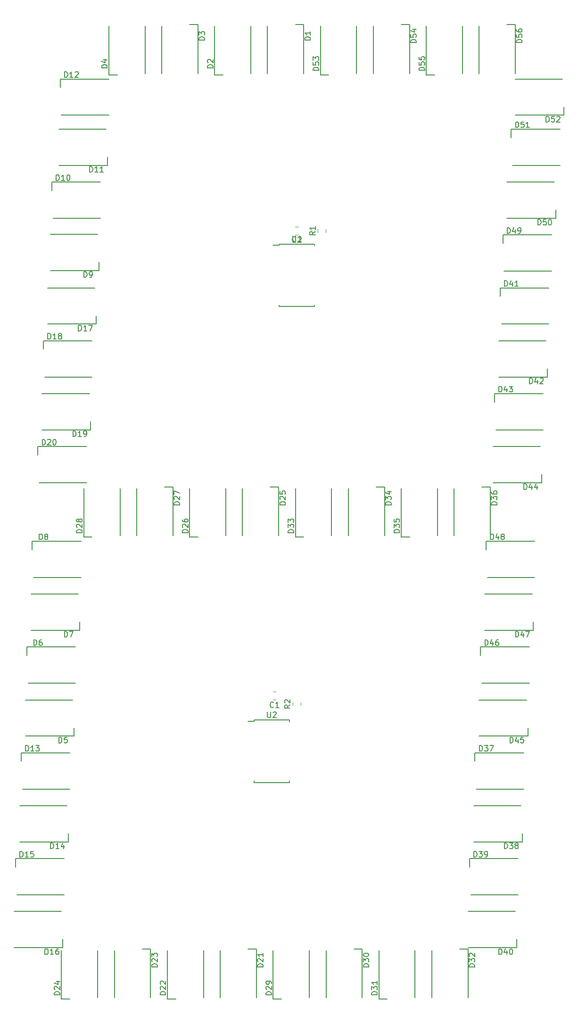
<source format=gbr>
G04 #@! TF.GenerationSoftware,KiCad,Pcbnew,(5.1.2)-1*
G04 #@! TF.CreationDate,2019-09-02T13:58:39+02:00*
G04 #@! TF.ProjectId,gross-kursiv2b,67726f73-732d-46b7-9572-73697632622e,rev?*
G04 #@! TF.SameCoordinates,Original*
G04 #@! TF.FileFunction,Legend,Top*
G04 #@! TF.FilePolarity,Positive*
%FSLAX46Y46*%
G04 Gerber Fmt 4.6, Leading zero omitted, Abs format (unit mm)*
G04 Created by KiCad (PCBNEW (5.1.2)-1) date 2019-09-02 13:58:39*
%MOMM*%
%LPD*%
G04 APERTURE LIST*
%ADD10C,0.120000*%
%ADD11C,0.150000*%
G04 APERTURE END LIST*
D10*
X89790000Y-54758578D02*
X89790000Y-54241422D01*
X91210000Y-54758578D02*
X91210000Y-54241422D01*
X86710000Y-139758578D02*
X86710000Y-139241422D01*
X85290000Y-139758578D02*
X85290000Y-139241422D01*
D11*
X81750000Y-57100000D02*
X82825000Y-57100000D01*
X82825000Y-57100000D02*
X82825000Y-56875000D01*
X82825000Y-56875000D02*
X89175000Y-56875000D01*
X89175000Y-56875000D02*
X89175000Y-57200000D01*
X82825000Y-67800000D02*
X82825000Y-68125000D01*
X82825000Y-68125000D02*
X89175000Y-68125000D01*
X89175000Y-68125000D02*
X89175000Y-67800000D01*
X84675000Y-153625000D02*
X84675000Y-153300000D01*
X78325000Y-153625000D02*
X84675000Y-153625000D01*
X78325000Y-153300000D02*
X78325000Y-153625000D01*
X84675000Y-142375000D02*
X84675000Y-142700000D01*
X78325000Y-142375000D02*
X84675000Y-142375000D01*
X78325000Y-142600000D02*
X78325000Y-142375000D01*
X77250000Y-142600000D02*
X78325000Y-142600000D01*
D10*
X82258578Y-137290000D02*
X81741422Y-137290000D01*
X82258578Y-138710000D02*
X81741422Y-138710000D01*
X86258578Y-55210000D02*
X85741422Y-55210000D01*
X86258578Y-53790000D02*
X85741422Y-53790000D01*
D11*
X85750000Y-17500000D02*
X87250000Y-17500000D01*
X87250000Y-17500000D02*
X87250000Y-26250000D01*
X80750000Y-17750000D02*
X80750000Y-26250000D01*
X72750000Y-26500000D02*
X71250000Y-26500000D01*
X71250000Y-26500000D02*
X71250000Y-17750000D01*
X77750000Y-26250000D02*
X77750000Y-17750000D01*
X66750000Y-17500000D02*
X68250000Y-17500000D01*
X68250000Y-17500000D02*
X68250000Y-26250000D01*
X61750000Y-17750000D02*
X61750000Y-26250000D01*
X53750000Y-26500000D02*
X52250000Y-26500000D01*
X52250000Y-26500000D02*
X52250000Y-17750000D01*
X58750000Y-26250000D02*
X58750000Y-17750000D01*
X46000000Y-143750000D02*
X46000000Y-145250000D01*
X46000000Y-145250000D02*
X37250000Y-145250000D01*
X45750000Y-138750000D02*
X37250000Y-138750000D01*
X37500000Y-130750000D02*
X37500000Y-129250000D01*
X37500000Y-129250000D02*
X46250000Y-129250000D01*
X37750000Y-135750000D02*
X46250000Y-135750000D01*
X47000000Y-124750000D02*
X47000000Y-126250000D01*
X47000000Y-126250000D02*
X38250000Y-126250000D01*
X46750000Y-119750000D02*
X38250000Y-119750000D01*
X38500000Y-111750000D02*
X38500000Y-110250000D01*
X38500000Y-110250000D02*
X47250000Y-110250000D01*
X38750000Y-116750000D02*
X47250000Y-116750000D01*
X50500000Y-60150000D02*
X50500000Y-61650000D01*
X50500000Y-61650000D02*
X41750000Y-61650000D01*
X50250000Y-55150000D02*
X41750000Y-55150000D01*
X42000000Y-47250000D02*
X42000000Y-45750000D01*
X42000000Y-45750000D02*
X50750000Y-45750000D01*
X42250000Y-52250000D02*
X50750000Y-52250000D01*
X52000000Y-41250000D02*
X52000000Y-42750000D01*
X52000000Y-42750000D02*
X43250000Y-42750000D01*
X51750000Y-36250000D02*
X43250000Y-36250000D01*
X43500000Y-28750000D02*
X43500000Y-27250000D01*
X43500000Y-27250000D02*
X52250000Y-27250000D01*
X43750000Y-33750000D02*
X52250000Y-33750000D01*
X36500000Y-149750000D02*
X36500000Y-148250000D01*
X36500000Y-148250000D02*
X45250000Y-148250000D01*
X36750000Y-154750000D02*
X45250000Y-154750000D01*
X45000000Y-162750000D02*
X45000000Y-164250000D01*
X45000000Y-164250000D02*
X36250000Y-164250000D01*
X44750000Y-157750000D02*
X36250000Y-157750000D01*
X35500000Y-168750000D02*
X35500000Y-167250000D01*
X35500000Y-167250000D02*
X44250000Y-167250000D01*
X35750000Y-173750000D02*
X44250000Y-173750000D01*
X44000000Y-181750000D02*
X44000000Y-183250000D01*
X44000000Y-183250000D02*
X35250000Y-183250000D01*
X43750000Y-176750000D02*
X35250000Y-176750000D01*
X50000000Y-69750000D02*
X50000000Y-71250000D01*
X50000000Y-71250000D02*
X41250000Y-71250000D01*
X49750000Y-64750000D02*
X41250000Y-64750000D01*
X40500000Y-75750000D02*
X40500000Y-74250000D01*
X40500000Y-74250000D02*
X49250000Y-74250000D01*
X40750000Y-80750000D02*
X49250000Y-80750000D01*
X49000000Y-88750000D02*
X49000000Y-90250000D01*
X49000000Y-90250000D02*
X40250000Y-90250000D01*
X48750000Y-83750000D02*
X40250000Y-83750000D01*
X39500000Y-94750000D02*
X39500000Y-93250000D01*
X39500000Y-93250000D02*
X48250000Y-93250000D01*
X39750000Y-99750000D02*
X48250000Y-99750000D01*
X77250000Y-183500000D02*
X78750000Y-183500000D01*
X78750000Y-183500000D02*
X78750000Y-192250000D01*
X72250000Y-183750000D02*
X72250000Y-192250000D01*
X64250000Y-192500000D02*
X62750000Y-192500000D01*
X62750000Y-192500000D02*
X62750000Y-183750000D01*
X69250000Y-192250000D02*
X69250000Y-183750000D01*
X58250000Y-183500000D02*
X59750000Y-183500000D01*
X59750000Y-183500000D02*
X59750000Y-192250000D01*
X53250000Y-183750000D02*
X53250000Y-192250000D01*
X45250000Y-192500000D02*
X43750000Y-192500000D01*
X43750000Y-192500000D02*
X43750000Y-183750000D01*
X50250000Y-192250000D02*
X50250000Y-183750000D01*
X81250000Y-100500000D02*
X82750000Y-100500000D01*
X82750000Y-100500000D02*
X82750000Y-109250000D01*
X76250000Y-100750000D02*
X76250000Y-109250000D01*
X68250000Y-109500000D02*
X66750000Y-109500000D01*
X66750000Y-109500000D02*
X66750000Y-100750000D01*
X73250000Y-109250000D02*
X73250000Y-100750000D01*
X62250000Y-100500000D02*
X63750000Y-100500000D01*
X63750000Y-100500000D02*
X63750000Y-109250000D01*
X57250000Y-100750000D02*
X57250000Y-109250000D01*
X49250000Y-109500000D02*
X47750000Y-109500000D01*
X47750000Y-109500000D02*
X47750000Y-100750000D01*
X54250000Y-109250000D02*
X54250000Y-100750000D01*
X83250000Y-192500000D02*
X81750000Y-192500000D01*
X81750000Y-192500000D02*
X81750000Y-183750000D01*
X88250000Y-192250000D02*
X88250000Y-183750000D01*
X96250000Y-183500000D02*
X97750000Y-183500000D01*
X97750000Y-183500000D02*
X97750000Y-192250000D01*
X91250000Y-183750000D02*
X91250000Y-192250000D01*
X102250000Y-192500000D02*
X100750000Y-192500000D01*
X100750000Y-192500000D02*
X100750000Y-183750000D01*
X107250000Y-192250000D02*
X107250000Y-183750000D01*
X115250000Y-183500000D02*
X116750000Y-183500000D01*
X116750000Y-183500000D02*
X116750000Y-192250000D01*
X110250000Y-183750000D02*
X110250000Y-192250000D01*
X87250000Y-109500000D02*
X85750000Y-109500000D01*
X85750000Y-109500000D02*
X85750000Y-100750000D01*
X92250000Y-109250000D02*
X92250000Y-100750000D01*
X100250000Y-100500000D02*
X101750000Y-100500000D01*
X101750000Y-100500000D02*
X101750000Y-109250000D01*
X95250000Y-100750000D02*
X95250000Y-109250000D01*
X106250000Y-109500000D02*
X104750000Y-109500000D01*
X104750000Y-109500000D02*
X104750000Y-100750000D01*
X111250000Y-109250000D02*
X111250000Y-100750000D01*
X119250000Y-100500000D02*
X120750000Y-100500000D01*
X120750000Y-100500000D02*
X120750000Y-109250000D01*
X114250000Y-100750000D02*
X114250000Y-109250000D01*
X118000000Y-149750000D02*
X118000000Y-148250000D01*
X118000000Y-148250000D02*
X126750000Y-148250000D01*
X118250000Y-154750000D02*
X126750000Y-154750000D01*
X126500000Y-162750000D02*
X126500000Y-164250000D01*
X126500000Y-164250000D02*
X117750000Y-164250000D01*
X126250000Y-157750000D02*
X117750000Y-157750000D01*
X117000000Y-168750000D02*
X117000000Y-167250000D01*
X117000000Y-167250000D02*
X125750000Y-167250000D01*
X117250000Y-173750000D02*
X125750000Y-173750000D01*
X125500000Y-181750000D02*
X125500000Y-183250000D01*
X125500000Y-183250000D02*
X116750000Y-183250000D01*
X125250000Y-176750000D02*
X116750000Y-176750000D01*
X122500000Y-66250000D02*
X122500000Y-64750000D01*
X122500000Y-64750000D02*
X131250000Y-64750000D01*
X122750000Y-71250000D02*
X131250000Y-71250000D01*
X131000000Y-79250000D02*
X131000000Y-80750000D01*
X131000000Y-80750000D02*
X122250000Y-80750000D01*
X130750000Y-74250000D02*
X122250000Y-74250000D01*
X121500000Y-85250000D02*
X121500000Y-83750000D01*
X121500000Y-83750000D02*
X130250000Y-83750000D01*
X121750000Y-90250000D02*
X130250000Y-90250000D01*
X130000000Y-98250000D02*
X130000000Y-99750000D01*
X130000000Y-99750000D02*
X121250000Y-99750000D01*
X129750000Y-93250000D02*
X121250000Y-93250000D01*
X127500000Y-143750000D02*
X127500000Y-145250000D01*
X127500000Y-145250000D02*
X118750000Y-145250000D01*
X127250000Y-138750000D02*
X118750000Y-138750000D01*
X119000000Y-130750000D02*
X119000000Y-129250000D01*
X119000000Y-129250000D02*
X127750000Y-129250000D01*
X119250000Y-135750000D02*
X127750000Y-135750000D01*
X128500000Y-124750000D02*
X128500000Y-126250000D01*
X128500000Y-126250000D02*
X119750000Y-126250000D01*
X128250000Y-119750000D02*
X119750000Y-119750000D01*
X120000000Y-111750000D02*
X120000000Y-110250000D01*
X120000000Y-110250000D02*
X128750000Y-110250000D01*
X120250000Y-116750000D02*
X128750000Y-116750000D01*
X123000000Y-56750000D02*
X123000000Y-55250000D01*
X123000000Y-55250000D02*
X131750000Y-55250000D01*
X123250000Y-61750000D02*
X131750000Y-61750000D01*
X132500000Y-50750000D02*
X132500000Y-52250000D01*
X132500000Y-52250000D02*
X123750000Y-52250000D01*
X132250000Y-45750000D02*
X123750000Y-45750000D01*
X124500000Y-37750000D02*
X124500000Y-36250000D01*
X124500000Y-36250000D02*
X133250000Y-36250000D01*
X124750000Y-42750000D02*
X133250000Y-42750000D01*
X134000000Y-32250000D02*
X134000000Y-33750000D01*
X134000000Y-33750000D02*
X125250000Y-33750000D01*
X133750000Y-27250000D02*
X125250000Y-27250000D01*
X91750000Y-26500000D02*
X90250000Y-26500000D01*
X90250000Y-26500000D02*
X90250000Y-17750000D01*
X96750000Y-26250000D02*
X96750000Y-17750000D01*
X104750000Y-17500000D02*
X106250000Y-17500000D01*
X106250000Y-17500000D02*
X106250000Y-26250000D01*
X99750000Y-17750000D02*
X99750000Y-26250000D01*
X110750000Y-26500000D02*
X109250000Y-26500000D01*
X109250000Y-26500000D02*
X109250000Y-17750000D01*
X115750000Y-26250000D02*
X115750000Y-17750000D01*
X123750000Y-17500000D02*
X125250000Y-17500000D01*
X125250000Y-17500000D02*
X125250000Y-26250000D01*
X118750000Y-17750000D02*
X118750000Y-26250000D01*
X89302380Y-54666666D02*
X88826190Y-55000000D01*
X89302380Y-55238095D02*
X88302380Y-55238095D01*
X88302380Y-54857142D01*
X88350000Y-54761904D01*
X88397619Y-54714285D01*
X88492857Y-54666666D01*
X88635714Y-54666666D01*
X88730952Y-54714285D01*
X88778571Y-54761904D01*
X88826190Y-54857142D01*
X88826190Y-55238095D01*
X89302380Y-53714285D02*
X89302380Y-54285714D01*
X89302380Y-54000000D02*
X88302380Y-54000000D01*
X88445238Y-54095238D01*
X88540476Y-54190476D01*
X88588095Y-54285714D01*
X84802380Y-139666666D02*
X84326190Y-140000000D01*
X84802380Y-140238095D02*
X83802380Y-140238095D01*
X83802380Y-139857142D01*
X83850000Y-139761904D01*
X83897619Y-139714285D01*
X83992857Y-139666666D01*
X84135714Y-139666666D01*
X84230952Y-139714285D01*
X84278571Y-139761904D01*
X84326190Y-139857142D01*
X84326190Y-140238095D01*
X83897619Y-139285714D02*
X83850000Y-139238095D01*
X83802380Y-139142857D01*
X83802380Y-138904761D01*
X83850000Y-138809523D01*
X83897619Y-138761904D01*
X83992857Y-138714285D01*
X84088095Y-138714285D01*
X84230952Y-138761904D01*
X84802380Y-139333333D01*
X84802380Y-138714285D01*
X85238095Y-55402380D02*
X85238095Y-56211904D01*
X85285714Y-56307142D01*
X85333333Y-56354761D01*
X85428571Y-56402380D01*
X85619047Y-56402380D01*
X85714285Y-56354761D01*
X85761904Y-56307142D01*
X85809523Y-56211904D01*
X85809523Y-55402380D01*
X86809523Y-56402380D02*
X86238095Y-56402380D01*
X86523809Y-56402380D02*
X86523809Y-55402380D01*
X86428571Y-55545238D01*
X86333333Y-55640476D01*
X86238095Y-55688095D01*
X80738095Y-140902380D02*
X80738095Y-141711904D01*
X80785714Y-141807142D01*
X80833333Y-141854761D01*
X80928571Y-141902380D01*
X81119047Y-141902380D01*
X81214285Y-141854761D01*
X81261904Y-141807142D01*
X81309523Y-141711904D01*
X81309523Y-140902380D01*
X81738095Y-140997619D02*
X81785714Y-140950000D01*
X81880952Y-140902380D01*
X82119047Y-140902380D01*
X82214285Y-140950000D01*
X82261904Y-140997619D01*
X82309523Y-141092857D01*
X82309523Y-141188095D01*
X82261904Y-141330952D01*
X81690476Y-141902380D01*
X82309523Y-141902380D01*
X81833333Y-140007142D02*
X81785714Y-140054761D01*
X81642857Y-140102380D01*
X81547619Y-140102380D01*
X81404761Y-140054761D01*
X81309523Y-139959523D01*
X81261904Y-139864285D01*
X81214285Y-139673809D01*
X81214285Y-139530952D01*
X81261904Y-139340476D01*
X81309523Y-139245238D01*
X81404761Y-139150000D01*
X81547619Y-139102380D01*
X81642857Y-139102380D01*
X81785714Y-139150000D01*
X81833333Y-139197619D01*
X82785714Y-140102380D02*
X82214285Y-140102380D01*
X82500000Y-140102380D02*
X82500000Y-139102380D01*
X82404761Y-139245238D01*
X82309523Y-139340476D01*
X82214285Y-139388095D01*
X85833333Y-56507142D02*
X85785714Y-56554761D01*
X85642857Y-56602380D01*
X85547619Y-56602380D01*
X85404761Y-56554761D01*
X85309523Y-56459523D01*
X85261904Y-56364285D01*
X85214285Y-56173809D01*
X85214285Y-56030952D01*
X85261904Y-55840476D01*
X85309523Y-55745238D01*
X85404761Y-55650000D01*
X85547619Y-55602380D01*
X85642857Y-55602380D01*
X85785714Y-55650000D01*
X85833333Y-55697619D01*
X86214285Y-55697619D02*
X86261904Y-55650000D01*
X86357142Y-55602380D01*
X86595238Y-55602380D01*
X86690476Y-55650000D01*
X86738095Y-55697619D01*
X86785714Y-55792857D01*
X86785714Y-55888095D01*
X86738095Y-56030952D01*
X86166666Y-56602380D01*
X86785714Y-56602380D01*
X88452380Y-20238095D02*
X87452380Y-20238095D01*
X87452380Y-20000000D01*
X87500000Y-19857142D01*
X87595238Y-19761904D01*
X87690476Y-19714285D01*
X87880952Y-19666666D01*
X88023809Y-19666666D01*
X88214285Y-19714285D01*
X88309523Y-19761904D01*
X88404761Y-19857142D01*
X88452380Y-20000000D01*
X88452380Y-20238095D01*
X88452380Y-18714285D02*
X88452380Y-19285714D01*
X88452380Y-19000000D02*
X87452380Y-19000000D01*
X87595238Y-19095238D01*
X87690476Y-19190476D01*
X87738095Y-19285714D01*
X70952380Y-25238095D02*
X69952380Y-25238095D01*
X69952380Y-25000000D01*
X70000000Y-24857142D01*
X70095238Y-24761904D01*
X70190476Y-24714285D01*
X70380952Y-24666666D01*
X70523809Y-24666666D01*
X70714285Y-24714285D01*
X70809523Y-24761904D01*
X70904761Y-24857142D01*
X70952380Y-25000000D01*
X70952380Y-25238095D01*
X70047619Y-24285714D02*
X70000000Y-24238095D01*
X69952380Y-24142857D01*
X69952380Y-23904761D01*
X70000000Y-23809523D01*
X70047619Y-23761904D01*
X70142857Y-23714285D01*
X70238095Y-23714285D01*
X70380952Y-23761904D01*
X70952380Y-24333333D01*
X70952380Y-23714285D01*
X69452380Y-20238095D02*
X68452380Y-20238095D01*
X68452380Y-20000000D01*
X68500000Y-19857142D01*
X68595238Y-19761904D01*
X68690476Y-19714285D01*
X68880952Y-19666666D01*
X69023809Y-19666666D01*
X69214285Y-19714285D01*
X69309523Y-19761904D01*
X69404761Y-19857142D01*
X69452380Y-20000000D01*
X69452380Y-20238095D01*
X68452380Y-19333333D02*
X68452380Y-18714285D01*
X68833333Y-19047619D01*
X68833333Y-18904761D01*
X68880952Y-18809523D01*
X68928571Y-18761904D01*
X69023809Y-18714285D01*
X69261904Y-18714285D01*
X69357142Y-18761904D01*
X69404761Y-18809523D01*
X69452380Y-18904761D01*
X69452380Y-19190476D01*
X69404761Y-19285714D01*
X69357142Y-19333333D01*
X51952380Y-25238095D02*
X50952380Y-25238095D01*
X50952380Y-25000000D01*
X51000000Y-24857142D01*
X51095238Y-24761904D01*
X51190476Y-24714285D01*
X51380952Y-24666666D01*
X51523809Y-24666666D01*
X51714285Y-24714285D01*
X51809523Y-24761904D01*
X51904761Y-24857142D01*
X51952380Y-25000000D01*
X51952380Y-25238095D01*
X51285714Y-23809523D02*
X51952380Y-23809523D01*
X50904761Y-24047619D02*
X51619047Y-24285714D01*
X51619047Y-23666666D01*
X43261904Y-146452380D02*
X43261904Y-145452380D01*
X43500000Y-145452380D01*
X43642857Y-145500000D01*
X43738095Y-145595238D01*
X43785714Y-145690476D01*
X43833333Y-145880952D01*
X43833333Y-146023809D01*
X43785714Y-146214285D01*
X43738095Y-146309523D01*
X43642857Y-146404761D01*
X43500000Y-146452380D01*
X43261904Y-146452380D01*
X44738095Y-145452380D02*
X44261904Y-145452380D01*
X44214285Y-145928571D01*
X44261904Y-145880952D01*
X44357142Y-145833333D01*
X44595238Y-145833333D01*
X44690476Y-145880952D01*
X44738095Y-145928571D01*
X44785714Y-146023809D01*
X44785714Y-146261904D01*
X44738095Y-146357142D01*
X44690476Y-146404761D01*
X44595238Y-146452380D01*
X44357142Y-146452380D01*
X44261904Y-146404761D01*
X44214285Y-146357142D01*
X38761904Y-128952380D02*
X38761904Y-127952380D01*
X39000000Y-127952380D01*
X39142857Y-128000000D01*
X39238095Y-128095238D01*
X39285714Y-128190476D01*
X39333333Y-128380952D01*
X39333333Y-128523809D01*
X39285714Y-128714285D01*
X39238095Y-128809523D01*
X39142857Y-128904761D01*
X39000000Y-128952380D01*
X38761904Y-128952380D01*
X40190476Y-127952380D02*
X40000000Y-127952380D01*
X39904761Y-128000000D01*
X39857142Y-128047619D01*
X39761904Y-128190476D01*
X39714285Y-128380952D01*
X39714285Y-128761904D01*
X39761904Y-128857142D01*
X39809523Y-128904761D01*
X39904761Y-128952380D01*
X40095238Y-128952380D01*
X40190476Y-128904761D01*
X40238095Y-128857142D01*
X40285714Y-128761904D01*
X40285714Y-128523809D01*
X40238095Y-128428571D01*
X40190476Y-128380952D01*
X40095238Y-128333333D01*
X39904761Y-128333333D01*
X39809523Y-128380952D01*
X39761904Y-128428571D01*
X39714285Y-128523809D01*
X44261904Y-127452380D02*
X44261904Y-126452380D01*
X44500000Y-126452380D01*
X44642857Y-126500000D01*
X44738095Y-126595238D01*
X44785714Y-126690476D01*
X44833333Y-126880952D01*
X44833333Y-127023809D01*
X44785714Y-127214285D01*
X44738095Y-127309523D01*
X44642857Y-127404761D01*
X44500000Y-127452380D01*
X44261904Y-127452380D01*
X45166666Y-126452380D02*
X45833333Y-126452380D01*
X45404761Y-127452380D01*
X39761904Y-109952380D02*
X39761904Y-108952380D01*
X40000000Y-108952380D01*
X40142857Y-109000000D01*
X40238095Y-109095238D01*
X40285714Y-109190476D01*
X40333333Y-109380952D01*
X40333333Y-109523809D01*
X40285714Y-109714285D01*
X40238095Y-109809523D01*
X40142857Y-109904761D01*
X40000000Y-109952380D01*
X39761904Y-109952380D01*
X40904761Y-109380952D02*
X40809523Y-109333333D01*
X40761904Y-109285714D01*
X40714285Y-109190476D01*
X40714285Y-109142857D01*
X40761904Y-109047619D01*
X40809523Y-109000000D01*
X40904761Y-108952380D01*
X41095238Y-108952380D01*
X41190476Y-109000000D01*
X41238095Y-109047619D01*
X41285714Y-109142857D01*
X41285714Y-109190476D01*
X41238095Y-109285714D01*
X41190476Y-109333333D01*
X41095238Y-109380952D01*
X40904761Y-109380952D01*
X40809523Y-109428571D01*
X40761904Y-109476190D01*
X40714285Y-109571428D01*
X40714285Y-109761904D01*
X40761904Y-109857142D01*
X40809523Y-109904761D01*
X40904761Y-109952380D01*
X41095238Y-109952380D01*
X41190476Y-109904761D01*
X41238095Y-109857142D01*
X41285714Y-109761904D01*
X41285714Y-109571428D01*
X41238095Y-109476190D01*
X41190476Y-109428571D01*
X41095238Y-109380952D01*
X47761904Y-62852380D02*
X47761904Y-61852380D01*
X48000000Y-61852380D01*
X48142857Y-61900000D01*
X48238095Y-61995238D01*
X48285714Y-62090476D01*
X48333333Y-62280952D01*
X48333333Y-62423809D01*
X48285714Y-62614285D01*
X48238095Y-62709523D01*
X48142857Y-62804761D01*
X48000000Y-62852380D01*
X47761904Y-62852380D01*
X48809523Y-62852380D02*
X49000000Y-62852380D01*
X49095238Y-62804761D01*
X49142857Y-62757142D01*
X49238095Y-62614285D01*
X49285714Y-62423809D01*
X49285714Y-62042857D01*
X49238095Y-61947619D01*
X49190476Y-61900000D01*
X49095238Y-61852380D01*
X48904761Y-61852380D01*
X48809523Y-61900000D01*
X48761904Y-61947619D01*
X48714285Y-62042857D01*
X48714285Y-62280952D01*
X48761904Y-62376190D01*
X48809523Y-62423809D01*
X48904761Y-62471428D01*
X49095238Y-62471428D01*
X49190476Y-62423809D01*
X49238095Y-62376190D01*
X49285714Y-62280952D01*
X42785714Y-45452380D02*
X42785714Y-44452380D01*
X43023809Y-44452380D01*
X43166666Y-44500000D01*
X43261904Y-44595238D01*
X43309523Y-44690476D01*
X43357142Y-44880952D01*
X43357142Y-45023809D01*
X43309523Y-45214285D01*
X43261904Y-45309523D01*
X43166666Y-45404761D01*
X43023809Y-45452380D01*
X42785714Y-45452380D01*
X44309523Y-45452380D02*
X43738095Y-45452380D01*
X44023809Y-45452380D02*
X44023809Y-44452380D01*
X43928571Y-44595238D01*
X43833333Y-44690476D01*
X43738095Y-44738095D01*
X44928571Y-44452380D02*
X45023809Y-44452380D01*
X45119047Y-44500000D01*
X45166666Y-44547619D01*
X45214285Y-44642857D01*
X45261904Y-44833333D01*
X45261904Y-45071428D01*
X45214285Y-45261904D01*
X45166666Y-45357142D01*
X45119047Y-45404761D01*
X45023809Y-45452380D01*
X44928571Y-45452380D01*
X44833333Y-45404761D01*
X44785714Y-45357142D01*
X44738095Y-45261904D01*
X44690476Y-45071428D01*
X44690476Y-44833333D01*
X44738095Y-44642857D01*
X44785714Y-44547619D01*
X44833333Y-44500000D01*
X44928571Y-44452380D01*
X48785714Y-43952380D02*
X48785714Y-42952380D01*
X49023809Y-42952380D01*
X49166666Y-43000000D01*
X49261904Y-43095238D01*
X49309523Y-43190476D01*
X49357142Y-43380952D01*
X49357142Y-43523809D01*
X49309523Y-43714285D01*
X49261904Y-43809523D01*
X49166666Y-43904761D01*
X49023809Y-43952380D01*
X48785714Y-43952380D01*
X50309523Y-43952380D02*
X49738095Y-43952380D01*
X50023809Y-43952380D02*
X50023809Y-42952380D01*
X49928571Y-43095238D01*
X49833333Y-43190476D01*
X49738095Y-43238095D01*
X51261904Y-43952380D02*
X50690476Y-43952380D01*
X50976190Y-43952380D02*
X50976190Y-42952380D01*
X50880952Y-43095238D01*
X50785714Y-43190476D01*
X50690476Y-43238095D01*
X44285714Y-26952380D02*
X44285714Y-25952380D01*
X44523809Y-25952380D01*
X44666666Y-26000000D01*
X44761904Y-26095238D01*
X44809523Y-26190476D01*
X44857142Y-26380952D01*
X44857142Y-26523809D01*
X44809523Y-26714285D01*
X44761904Y-26809523D01*
X44666666Y-26904761D01*
X44523809Y-26952380D01*
X44285714Y-26952380D01*
X45809523Y-26952380D02*
X45238095Y-26952380D01*
X45523809Y-26952380D02*
X45523809Y-25952380D01*
X45428571Y-26095238D01*
X45333333Y-26190476D01*
X45238095Y-26238095D01*
X46190476Y-26047619D02*
X46238095Y-26000000D01*
X46333333Y-25952380D01*
X46571428Y-25952380D01*
X46666666Y-26000000D01*
X46714285Y-26047619D01*
X46761904Y-26142857D01*
X46761904Y-26238095D01*
X46714285Y-26380952D01*
X46142857Y-26952380D01*
X46761904Y-26952380D01*
X37285714Y-147952380D02*
X37285714Y-146952380D01*
X37523809Y-146952380D01*
X37666666Y-147000000D01*
X37761904Y-147095238D01*
X37809523Y-147190476D01*
X37857142Y-147380952D01*
X37857142Y-147523809D01*
X37809523Y-147714285D01*
X37761904Y-147809523D01*
X37666666Y-147904761D01*
X37523809Y-147952380D01*
X37285714Y-147952380D01*
X38809523Y-147952380D02*
X38238095Y-147952380D01*
X38523809Y-147952380D02*
X38523809Y-146952380D01*
X38428571Y-147095238D01*
X38333333Y-147190476D01*
X38238095Y-147238095D01*
X39142857Y-146952380D02*
X39761904Y-146952380D01*
X39428571Y-147333333D01*
X39571428Y-147333333D01*
X39666666Y-147380952D01*
X39714285Y-147428571D01*
X39761904Y-147523809D01*
X39761904Y-147761904D01*
X39714285Y-147857142D01*
X39666666Y-147904761D01*
X39571428Y-147952380D01*
X39285714Y-147952380D01*
X39190476Y-147904761D01*
X39142857Y-147857142D01*
X41785714Y-165452380D02*
X41785714Y-164452380D01*
X42023809Y-164452380D01*
X42166666Y-164500000D01*
X42261904Y-164595238D01*
X42309523Y-164690476D01*
X42357142Y-164880952D01*
X42357142Y-165023809D01*
X42309523Y-165214285D01*
X42261904Y-165309523D01*
X42166666Y-165404761D01*
X42023809Y-165452380D01*
X41785714Y-165452380D01*
X43309523Y-165452380D02*
X42738095Y-165452380D01*
X43023809Y-165452380D02*
X43023809Y-164452380D01*
X42928571Y-164595238D01*
X42833333Y-164690476D01*
X42738095Y-164738095D01*
X44166666Y-164785714D02*
X44166666Y-165452380D01*
X43928571Y-164404761D02*
X43690476Y-165119047D01*
X44309523Y-165119047D01*
X36285714Y-166952380D02*
X36285714Y-165952380D01*
X36523809Y-165952380D01*
X36666666Y-166000000D01*
X36761904Y-166095238D01*
X36809523Y-166190476D01*
X36857142Y-166380952D01*
X36857142Y-166523809D01*
X36809523Y-166714285D01*
X36761904Y-166809523D01*
X36666666Y-166904761D01*
X36523809Y-166952380D01*
X36285714Y-166952380D01*
X37809523Y-166952380D02*
X37238095Y-166952380D01*
X37523809Y-166952380D02*
X37523809Y-165952380D01*
X37428571Y-166095238D01*
X37333333Y-166190476D01*
X37238095Y-166238095D01*
X38714285Y-165952380D02*
X38238095Y-165952380D01*
X38190476Y-166428571D01*
X38238095Y-166380952D01*
X38333333Y-166333333D01*
X38571428Y-166333333D01*
X38666666Y-166380952D01*
X38714285Y-166428571D01*
X38761904Y-166523809D01*
X38761904Y-166761904D01*
X38714285Y-166857142D01*
X38666666Y-166904761D01*
X38571428Y-166952380D01*
X38333333Y-166952380D01*
X38238095Y-166904761D01*
X38190476Y-166857142D01*
X40785714Y-184452380D02*
X40785714Y-183452380D01*
X41023809Y-183452380D01*
X41166666Y-183500000D01*
X41261904Y-183595238D01*
X41309523Y-183690476D01*
X41357142Y-183880952D01*
X41357142Y-184023809D01*
X41309523Y-184214285D01*
X41261904Y-184309523D01*
X41166666Y-184404761D01*
X41023809Y-184452380D01*
X40785714Y-184452380D01*
X42309523Y-184452380D02*
X41738095Y-184452380D01*
X42023809Y-184452380D02*
X42023809Y-183452380D01*
X41928571Y-183595238D01*
X41833333Y-183690476D01*
X41738095Y-183738095D01*
X43166666Y-183452380D02*
X42976190Y-183452380D01*
X42880952Y-183500000D01*
X42833333Y-183547619D01*
X42738095Y-183690476D01*
X42690476Y-183880952D01*
X42690476Y-184261904D01*
X42738095Y-184357142D01*
X42785714Y-184404761D01*
X42880952Y-184452380D01*
X43071428Y-184452380D01*
X43166666Y-184404761D01*
X43214285Y-184357142D01*
X43261904Y-184261904D01*
X43261904Y-184023809D01*
X43214285Y-183928571D01*
X43166666Y-183880952D01*
X43071428Y-183833333D01*
X42880952Y-183833333D01*
X42785714Y-183880952D01*
X42738095Y-183928571D01*
X42690476Y-184023809D01*
X46785714Y-72452380D02*
X46785714Y-71452380D01*
X47023809Y-71452380D01*
X47166666Y-71500000D01*
X47261904Y-71595238D01*
X47309523Y-71690476D01*
X47357142Y-71880952D01*
X47357142Y-72023809D01*
X47309523Y-72214285D01*
X47261904Y-72309523D01*
X47166666Y-72404761D01*
X47023809Y-72452380D01*
X46785714Y-72452380D01*
X48309523Y-72452380D02*
X47738095Y-72452380D01*
X48023809Y-72452380D02*
X48023809Y-71452380D01*
X47928571Y-71595238D01*
X47833333Y-71690476D01*
X47738095Y-71738095D01*
X48642857Y-71452380D02*
X49309523Y-71452380D01*
X48880952Y-72452380D01*
X41285714Y-73952380D02*
X41285714Y-72952380D01*
X41523809Y-72952380D01*
X41666666Y-73000000D01*
X41761904Y-73095238D01*
X41809523Y-73190476D01*
X41857142Y-73380952D01*
X41857142Y-73523809D01*
X41809523Y-73714285D01*
X41761904Y-73809523D01*
X41666666Y-73904761D01*
X41523809Y-73952380D01*
X41285714Y-73952380D01*
X42809523Y-73952380D02*
X42238095Y-73952380D01*
X42523809Y-73952380D02*
X42523809Y-72952380D01*
X42428571Y-73095238D01*
X42333333Y-73190476D01*
X42238095Y-73238095D01*
X43380952Y-73380952D02*
X43285714Y-73333333D01*
X43238095Y-73285714D01*
X43190476Y-73190476D01*
X43190476Y-73142857D01*
X43238095Y-73047619D01*
X43285714Y-73000000D01*
X43380952Y-72952380D01*
X43571428Y-72952380D01*
X43666666Y-73000000D01*
X43714285Y-73047619D01*
X43761904Y-73142857D01*
X43761904Y-73190476D01*
X43714285Y-73285714D01*
X43666666Y-73333333D01*
X43571428Y-73380952D01*
X43380952Y-73380952D01*
X43285714Y-73428571D01*
X43238095Y-73476190D01*
X43190476Y-73571428D01*
X43190476Y-73761904D01*
X43238095Y-73857142D01*
X43285714Y-73904761D01*
X43380952Y-73952380D01*
X43571428Y-73952380D01*
X43666666Y-73904761D01*
X43714285Y-73857142D01*
X43761904Y-73761904D01*
X43761904Y-73571428D01*
X43714285Y-73476190D01*
X43666666Y-73428571D01*
X43571428Y-73380952D01*
X45785714Y-91452380D02*
X45785714Y-90452380D01*
X46023809Y-90452380D01*
X46166666Y-90500000D01*
X46261904Y-90595238D01*
X46309523Y-90690476D01*
X46357142Y-90880952D01*
X46357142Y-91023809D01*
X46309523Y-91214285D01*
X46261904Y-91309523D01*
X46166666Y-91404761D01*
X46023809Y-91452380D01*
X45785714Y-91452380D01*
X47309523Y-91452380D02*
X46738095Y-91452380D01*
X47023809Y-91452380D02*
X47023809Y-90452380D01*
X46928571Y-90595238D01*
X46833333Y-90690476D01*
X46738095Y-90738095D01*
X47785714Y-91452380D02*
X47976190Y-91452380D01*
X48071428Y-91404761D01*
X48119047Y-91357142D01*
X48214285Y-91214285D01*
X48261904Y-91023809D01*
X48261904Y-90642857D01*
X48214285Y-90547619D01*
X48166666Y-90500000D01*
X48071428Y-90452380D01*
X47880952Y-90452380D01*
X47785714Y-90500000D01*
X47738095Y-90547619D01*
X47690476Y-90642857D01*
X47690476Y-90880952D01*
X47738095Y-90976190D01*
X47785714Y-91023809D01*
X47880952Y-91071428D01*
X48071428Y-91071428D01*
X48166666Y-91023809D01*
X48214285Y-90976190D01*
X48261904Y-90880952D01*
X40285714Y-92952380D02*
X40285714Y-91952380D01*
X40523809Y-91952380D01*
X40666666Y-92000000D01*
X40761904Y-92095238D01*
X40809523Y-92190476D01*
X40857142Y-92380952D01*
X40857142Y-92523809D01*
X40809523Y-92714285D01*
X40761904Y-92809523D01*
X40666666Y-92904761D01*
X40523809Y-92952380D01*
X40285714Y-92952380D01*
X41238095Y-92047619D02*
X41285714Y-92000000D01*
X41380952Y-91952380D01*
X41619047Y-91952380D01*
X41714285Y-92000000D01*
X41761904Y-92047619D01*
X41809523Y-92142857D01*
X41809523Y-92238095D01*
X41761904Y-92380952D01*
X41190476Y-92952380D01*
X41809523Y-92952380D01*
X42428571Y-91952380D02*
X42523809Y-91952380D01*
X42619047Y-92000000D01*
X42666666Y-92047619D01*
X42714285Y-92142857D01*
X42761904Y-92333333D01*
X42761904Y-92571428D01*
X42714285Y-92761904D01*
X42666666Y-92857142D01*
X42619047Y-92904761D01*
X42523809Y-92952380D01*
X42428571Y-92952380D01*
X42333333Y-92904761D01*
X42285714Y-92857142D01*
X42238095Y-92761904D01*
X42190476Y-92571428D01*
X42190476Y-92333333D01*
X42238095Y-92142857D01*
X42285714Y-92047619D01*
X42333333Y-92000000D01*
X42428571Y-91952380D01*
X79952380Y-186714285D02*
X78952380Y-186714285D01*
X78952380Y-186476190D01*
X79000000Y-186333333D01*
X79095238Y-186238095D01*
X79190476Y-186190476D01*
X79380952Y-186142857D01*
X79523809Y-186142857D01*
X79714285Y-186190476D01*
X79809523Y-186238095D01*
X79904761Y-186333333D01*
X79952380Y-186476190D01*
X79952380Y-186714285D01*
X79047619Y-185761904D02*
X79000000Y-185714285D01*
X78952380Y-185619047D01*
X78952380Y-185380952D01*
X79000000Y-185285714D01*
X79047619Y-185238095D01*
X79142857Y-185190476D01*
X79238095Y-185190476D01*
X79380952Y-185238095D01*
X79952380Y-185809523D01*
X79952380Y-185190476D01*
X79952380Y-184238095D02*
X79952380Y-184809523D01*
X79952380Y-184523809D02*
X78952380Y-184523809D01*
X79095238Y-184619047D01*
X79190476Y-184714285D01*
X79238095Y-184809523D01*
X62452380Y-191714285D02*
X61452380Y-191714285D01*
X61452380Y-191476190D01*
X61500000Y-191333333D01*
X61595238Y-191238095D01*
X61690476Y-191190476D01*
X61880952Y-191142857D01*
X62023809Y-191142857D01*
X62214285Y-191190476D01*
X62309523Y-191238095D01*
X62404761Y-191333333D01*
X62452380Y-191476190D01*
X62452380Y-191714285D01*
X61547619Y-190761904D02*
X61500000Y-190714285D01*
X61452380Y-190619047D01*
X61452380Y-190380952D01*
X61500000Y-190285714D01*
X61547619Y-190238095D01*
X61642857Y-190190476D01*
X61738095Y-190190476D01*
X61880952Y-190238095D01*
X62452380Y-190809523D01*
X62452380Y-190190476D01*
X61547619Y-189809523D02*
X61500000Y-189761904D01*
X61452380Y-189666666D01*
X61452380Y-189428571D01*
X61500000Y-189333333D01*
X61547619Y-189285714D01*
X61642857Y-189238095D01*
X61738095Y-189238095D01*
X61880952Y-189285714D01*
X62452380Y-189857142D01*
X62452380Y-189238095D01*
X60952380Y-186714285D02*
X59952380Y-186714285D01*
X59952380Y-186476190D01*
X60000000Y-186333333D01*
X60095238Y-186238095D01*
X60190476Y-186190476D01*
X60380952Y-186142857D01*
X60523809Y-186142857D01*
X60714285Y-186190476D01*
X60809523Y-186238095D01*
X60904761Y-186333333D01*
X60952380Y-186476190D01*
X60952380Y-186714285D01*
X60047619Y-185761904D02*
X60000000Y-185714285D01*
X59952380Y-185619047D01*
X59952380Y-185380952D01*
X60000000Y-185285714D01*
X60047619Y-185238095D01*
X60142857Y-185190476D01*
X60238095Y-185190476D01*
X60380952Y-185238095D01*
X60952380Y-185809523D01*
X60952380Y-185190476D01*
X59952380Y-184857142D02*
X59952380Y-184238095D01*
X60333333Y-184571428D01*
X60333333Y-184428571D01*
X60380952Y-184333333D01*
X60428571Y-184285714D01*
X60523809Y-184238095D01*
X60761904Y-184238095D01*
X60857142Y-184285714D01*
X60904761Y-184333333D01*
X60952380Y-184428571D01*
X60952380Y-184714285D01*
X60904761Y-184809523D01*
X60857142Y-184857142D01*
X43452380Y-191714285D02*
X42452380Y-191714285D01*
X42452380Y-191476190D01*
X42500000Y-191333333D01*
X42595238Y-191238095D01*
X42690476Y-191190476D01*
X42880952Y-191142857D01*
X43023809Y-191142857D01*
X43214285Y-191190476D01*
X43309523Y-191238095D01*
X43404761Y-191333333D01*
X43452380Y-191476190D01*
X43452380Y-191714285D01*
X42547619Y-190761904D02*
X42500000Y-190714285D01*
X42452380Y-190619047D01*
X42452380Y-190380952D01*
X42500000Y-190285714D01*
X42547619Y-190238095D01*
X42642857Y-190190476D01*
X42738095Y-190190476D01*
X42880952Y-190238095D01*
X43452380Y-190809523D01*
X43452380Y-190190476D01*
X42785714Y-189333333D02*
X43452380Y-189333333D01*
X42404761Y-189571428D02*
X43119047Y-189809523D01*
X43119047Y-189190476D01*
X83952380Y-103714285D02*
X82952380Y-103714285D01*
X82952380Y-103476190D01*
X83000000Y-103333333D01*
X83095238Y-103238095D01*
X83190476Y-103190476D01*
X83380952Y-103142857D01*
X83523809Y-103142857D01*
X83714285Y-103190476D01*
X83809523Y-103238095D01*
X83904761Y-103333333D01*
X83952380Y-103476190D01*
X83952380Y-103714285D01*
X83047619Y-102761904D02*
X83000000Y-102714285D01*
X82952380Y-102619047D01*
X82952380Y-102380952D01*
X83000000Y-102285714D01*
X83047619Y-102238095D01*
X83142857Y-102190476D01*
X83238095Y-102190476D01*
X83380952Y-102238095D01*
X83952380Y-102809523D01*
X83952380Y-102190476D01*
X82952380Y-101285714D02*
X82952380Y-101761904D01*
X83428571Y-101809523D01*
X83380952Y-101761904D01*
X83333333Y-101666666D01*
X83333333Y-101428571D01*
X83380952Y-101333333D01*
X83428571Y-101285714D01*
X83523809Y-101238095D01*
X83761904Y-101238095D01*
X83857142Y-101285714D01*
X83904761Y-101333333D01*
X83952380Y-101428571D01*
X83952380Y-101666666D01*
X83904761Y-101761904D01*
X83857142Y-101809523D01*
X66452380Y-108714285D02*
X65452380Y-108714285D01*
X65452380Y-108476190D01*
X65500000Y-108333333D01*
X65595238Y-108238095D01*
X65690476Y-108190476D01*
X65880952Y-108142857D01*
X66023809Y-108142857D01*
X66214285Y-108190476D01*
X66309523Y-108238095D01*
X66404761Y-108333333D01*
X66452380Y-108476190D01*
X66452380Y-108714285D01*
X65547619Y-107761904D02*
X65500000Y-107714285D01*
X65452380Y-107619047D01*
X65452380Y-107380952D01*
X65500000Y-107285714D01*
X65547619Y-107238095D01*
X65642857Y-107190476D01*
X65738095Y-107190476D01*
X65880952Y-107238095D01*
X66452380Y-107809523D01*
X66452380Y-107190476D01*
X65452380Y-106333333D02*
X65452380Y-106523809D01*
X65500000Y-106619047D01*
X65547619Y-106666666D01*
X65690476Y-106761904D01*
X65880952Y-106809523D01*
X66261904Y-106809523D01*
X66357142Y-106761904D01*
X66404761Y-106714285D01*
X66452380Y-106619047D01*
X66452380Y-106428571D01*
X66404761Y-106333333D01*
X66357142Y-106285714D01*
X66261904Y-106238095D01*
X66023809Y-106238095D01*
X65928571Y-106285714D01*
X65880952Y-106333333D01*
X65833333Y-106428571D01*
X65833333Y-106619047D01*
X65880952Y-106714285D01*
X65928571Y-106761904D01*
X66023809Y-106809523D01*
X64952380Y-103714285D02*
X63952380Y-103714285D01*
X63952380Y-103476190D01*
X64000000Y-103333333D01*
X64095238Y-103238095D01*
X64190476Y-103190476D01*
X64380952Y-103142857D01*
X64523809Y-103142857D01*
X64714285Y-103190476D01*
X64809523Y-103238095D01*
X64904761Y-103333333D01*
X64952380Y-103476190D01*
X64952380Y-103714285D01*
X64047619Y-102761904D02*
X64000000Y-102714285D01*
X63952380Y-102619047D01*
X63952380Y-102380952D01*
X64000000Y-102285714D01*
X64047619Y-102238095D01*
X64142857Y-102190476D01*
X64238095Y-102190476D01*
X64380952Y-102238095D01*
X64952380Y-102809523D01*
X64952380Y-102190476D01*
X63952380Y-101857142D02*
X63952380Y-101190476D01*
X64952380Y-101619047D01*
X47452380Y-108714285D02*
X46452380Y-108714285D01*
X46452380Y-108476190D01*
X46500000Y-108333333D01*
X46595238Y-108238095D01*
X46690476Y-108190476D01*
X46880952Y-108142857D01*
X47023809Y-108142857D01*
X47214285Y-108190476D01*
X47309523Y-108238095D01*
X47404761Y-108333333D01*
X47452380Y-108476190D01*
X47452380Y-108714285D01*
X46547619Y-107761904D02*
X46500000Y-107714285D01*
X46452380Y-107619047D01*
X46452380Y-107380952D01*
X46500000Y-107285714D01*
X46547619Y-107238095D01*
X46642857Y-107190476D01*
X46738095Y-107190476D01*
X46880952Y-107238095D01*
X47452380Y-107809523D01*
X47452380Y-107190476D01*
X46880952Y-106619047D02*
X46833333Y-106714285D01*
X46785714Y-106761904D01*
X46690476Y-106809523D01*
X46642857Y-106809523D01*
X46547619Y-106761904D01*
X46500000Y-106714285D01*
X46452380Y-106619047D01*
X46452380Y-106428571D01*
X46500000Y-106333333D01*
X46547619Y-106285714D01*
X46642857Y-106238095D01*
X46690476Y-106238095D01*
X46785714Y-106285714D01*
X46833333Y-106333333D01*
X46880952Y-106428571D01*
X46880952Y-106619047D01*
X46928571Y-106714285D01*
X46976190Y-106761904D01*
X47071428Y-106809523D01*
X47261904Y-106809523D01*
X47357142Y-106761904D01*
X47404761Y-106714285D01*
X47452380Y-106619047D01*
X47452380Y-106428571D01*
X47404761Y-106333333D01*
X47357142Y-106285714D01*
X47261904Y-106238095D01*
X47071428Y-106238095D01*
X46976190Y-106285714D01*
X46928571Y-106333333D01*
X46880952Y-106428571D01*
X81452380Y-191714285D02*
X80452380Y-191714285D01*
X80452380Y-191476190D01*
X80500000Y-191333333D01*
X80595238Y-191238095D01*
X80690476Y-191190476D01*
X80880952Y-191142857D01*
X81023809Y-191142857D01*
X81214285Y-191190476D01*
X81309523Y-191238095D01*
X81404761Y-191333333D01*
X81452380Y-191476190D01*
X81452380Y-191714285D01*
X80547619Y-190761904D02*
X80500000Y-190714285D01*
X80452380Y-190619047D01*
X80452380Y-190380952D01*
X80500000Y-190285714D01*
X80547619Y-190238095D01*
X80642857Y-190190476D01*
X80738095Y-190190476D01*
X80880952Y-190238095D01*
X81452380Y-190809523D01*
X81452380Y-190190476D01*
X81452380Y-189714285D02*
X81452380Y-189523809D01*
X81404761Y-189428571D01*
X81357142Y-189380952D01*
X81214285Y-189285714D01*
X81023809Y-189238095D01*
X80642857Y-189238095D01*
X80547619Y-189285714D01*
X80500000Y-189333333D01*
X80452380Y-189428571D01*
X80452380Y-189619047D01*
X80500000Y-189714285D01*
X80547619Y-189761904D01*
X80642857Y-189809523D01*
X80880952Y-189809523D01*
X80976190Y-189761904D01*
X81023809Y-189714285D01*
X81071428Y-189619047D01*
X81071428Y-189428571D01*
X81023809Y-189333333D01*
X80976190Y-189285714D01*
X80880952Y-189238095D01*
X98952380Y-186714285D02*
X97952380Y-186714285D01*
X97952380Y-186476190D01*
X98000000Y-186333333D01*
X98095238Y-186238095D01*
X98190476Y-186190476D01*
X98380952Y-186142857D01*
X98523809Y-186142857D01*
X98714285Y-186190476D01*
X98809523Y-186238095D01*
X98904761Y-186333333D01*
X98952380Y-186476190D01*
X98952380Y-186714285D01*
X97952380Y-185809523D02*
X97952380Y-185190476D01*
X98333333Y-185523809D01*
X98333333Y-185380952D01*
X98380952Y-185285714D01*
X98428571Y-185238095D01*
X98523809Y-185190476D01*
X98761904Y-185190476D01*
X98857142Y-185238095D01*
X98904761Y-185285714D01*
X98952380Y-185380952D01*
X98952380Y-185666666D01*
X98904761Y-185761904D01*
X98857142Y-185809523D01*
X97952380Y-184571428D02*
X97952380Y-184476190D01*
X98000000Y-184380952D01*
X98047619Y-184333333D01*
X98142857Y-184285714D01*
X98333333Y-184238095D01*
X98571428Y-184238095D01*
X98761904Y-184285714D01*
X98857142Y-184333333D01*
X98904761Y-184380952D01*
X98952380Y-184476190D01*
X98952380Y-184571428D01*
X98904761Y-184666666D01*
X98857142Y-184714285D01*
X98761904Y-184761904D01*
X98571428Y-184809523D01*
X98333333Y-184809523D01*
X98142857Y-184761904D01*
X98047619Y-184714285D01*
X98000000Y-184666666D01*
X97952380Y-184571428D01*
X100452380Y-191714285D02*
X99452380Y-191714285D01*
X99452380Y-191476190D01*
X99500000Y-191333333D01*
X99595238Y-191238095D01*
X99690476Y-191190476D01*
X99880952Y-191142857D01*
X100023809Y-191142857D01*
X100214285Y-191190476D01*
X100309523Y-191238095D01*
X100404761Y-191333333D01*
X100452380Y-191476190D01*
X100452380Y-191714285D01*
X99452380Y-190809523D02*
X99452380Y-190190476D01*
X99833333Y-190523809D01*
X99833333Y-190380952D01*
X99880952Y-190285714D01*
X99928571Y-190238095D01*
X100023809Y-190190476D01*
X100261904Y-190190476D01*
X100357142Y-190238095D01*
X100404761Y-190285714D01*
X100452380Y-190380952D01*
X100452380Y-190666666D01*
X100404761Y-190761904D01*
X100357142Y-190809523D01*
X100452380Y-189238095D02*
X100452380Y-189809523D01*
X100452380Y-189523809D02*
X99452380Y-189523809D01*
X99595238Y-189619047D01*
X99690476Y-189714285D01*
X99738095Y-189809523D01*
X117952380Y-186714285D02*
X116952380Y-186714285D01*
X116952380Y-186476190D01*
X117000000Y-186333333D01*
X117095238Y-186238095D01*
X117190476Y-186190476D01*
X117380952Y-186142857D01*
X117523809Y-186142857D01*
X117714285Y-186190476D01*
X117809523Y-186238095D01*
X117904761Y-186333333D01*
X117952380Y-186476190D01*
X117952380Y-186714285D01*
X116952380Y-185809523D02*
X116952380Y-185190476D01*
X117333333Y-185523809D01*
X117333333Y-185380952D01*
X117380952Y-185285714D01*
X117428571Y-185238095D01*
X117523809Y-185190476D01*
X117761904Y-185190476D01*
X117857142Y-185238095D01*
X117904761Y-185285714D01*
X117952380Y-185380952D01*
X117952380Y-185666666D01*
X117904761Y-185761904D01*
X117857142Y-185809523D01*
X117047619Y-184809523D02*
X117000000Y-184761904D01*
X116952380Y-184666666D01*
X116952380Y-184428571D01*
X117000000Y-184333333D01*
X117047619Y-184285714D01*
X117142857Y-184238095D01*
X117238095Y-184238095D01*
X117380952Y-184285714D01*
X117952380Y-184857142D01*
X117952380Y-184238095D01*
X85452380Y-108714285D02*
X84452380Y-108714285D01*
X84452380Y-108476190D01*
X84500000Y-108333333D01*
X84595238Y-108238095D01*
X84690476Y-108190476D01*
X84880952Y-108142857D01*
X85023809Y-108142857D01*
X85214285Y-108190476D01*
X85309523Y-108238095D01*
X85404761Y-108333333D01*
X85452380Y-108476190D01*
X85452380Y-108714285D01*
X84452380Y-107809523D02*
X84452380Y-107190476D01*
X84833333Y-107523809D01*
X84833333Y-107380952D01*
X84880952Y-107285714D01*
X84928571Y-107238095D01*
X85023809Y-107190476D01*
X85261904Y-107190476D01*
X85357142Y-107238095D01*
X85404761Y-107285714D01*
X85452380Y-107380952D01*
X85452380Y-107666666D01*
X85404761Y-107761904D01*
X85357142Y-107809523D01*
X84452380Y-106857142D02*
X84452380Y-106238095D01*
X84833333Y-106571428D01*
X84833333Y-106428571D01*
X84880952Y-106333333D01*
X84928571Y-106285714D01*
X85023809Y-106238095D01*
X85261904Y-106238095D01*
X85357142Y-106285714D01*
X85404761Y-106333333D01*
X85452380Y-106428571D01*
X85452380Y-106714285D01*
X85404761Y-106809523D01*
X85357142Y-106857142D01*
X102952380Y-103714285D02*
X101952380Y-103714285D01*
X101952380Y-103476190D01*
X102000000Y-103333333D01*
X102095238Y-103238095D01*
X102190476Y-103190476D01*
X102380952Y-103142857D01*
X102523809Y-103142857D01*
X102714285Y-103190476D01*
X102809523Y-103238095D01*
X102904761Y-103333333D01*
X102952380Y-103476190D01*
X102952380Y-103714285D01*
X101952380Y-102809523D02*
X101952380Y-102190476D01*
X102333333Y-102523809D01*
X102333333Y-102380952D01*
X102380952Y-102285714D01*
X102428571Y-102238095D01*
X102523809Y-102190476D01*
X102761904Y-102190476D01*
X102857142Y-102238095D01*
X102904761Y-102285714D01*
X102952380Y-102380952D01*
X102952380Y-102666666D01*
X102904761Y-102761904D01*
X102857142Y-102809523D01*
X102285714Y-101333333D02*
X102952380Y-101333333D01*
X101904761Y-101571428D02*
X102619047Y-101809523D01*
X102619047Y-101190476D01*
X104452380Y-108714285D02*
X103452380Y-108714285D01*
X103452380Y-108476190D01*
X103500000Y-108333333D01*
X103595238Y-108238095D01*
X103690476Y-108190476D01*
X103880952Y-108142857D01*
X104023809Y-108142857D01*
X104214285Y-108190476D01*
X104309523Y-108238095D01*
X104404761Y-108333333D01*
X104452380Y-108476190D01*
X104452380Y-108714285D01*
X103452380Y-107809523D02*
X103452380Y-107190476D01*
X103833333Y-107523809D01*
X103833333Y-107380952D01*
X103880952Y-107285714D01*
X103928571Y-107238095D01*
X104023809Y-107190476D01*
X104261904Y-107190476D01*
X104357142Y-107238095D01*
X104404761Y-107285714D01*
X104452380Y-107380952D01*
X104452380Y-107666666D01*
X104404761Y-107761904D01*
X104357142Y-107809523D01*
X103452380Y-106285714D02*
X103452380Y-106761904D01*
X103928571Y-106809523D01*
X103880952Y-106761904D01*
X103833333Y-106666666D01*
X103833333Y-106428571D01*
X103880952Y-106333333D01*
X103928571Y-106285714D01*
X104023809Y-106238095D01*
X104261904Y-106238095D01*
X104357142Y-106285714D01*
X104404761Y-106333333D01*
X104452380Y-106428571D01*
X104452380Y-106666666D01*
X104404761Y-106761904D01*
X104357142Y-106809523D01*
X121952380Y-103714285D02*
X120952380Y-103714285D01*
X120952380Y-103476190D01*
X121000000Y-103333333D01*
X121095238Y-103238095D01*
X121190476Y-103190476D01*
X121380952Y-103142857D01*
X121523809Y-103142857D01*
X121714285Y-103190476D01*
X121809523Y-103238095D01*
X121904761Y-103333333D01*
X121952380Y-103476190D01*
X121952380Y-103714285D01*
X120952380Y-102809523D02*
X120952380Y-102190476D01*
X121333333Y-102523809D01*
X121333333Y-102380952D01*
X121380952Y-102285714D01*
X121428571Y-102238095D01*
X121523809Y-102190476D01*
X121761904Y-102190476D01*
X121857142Y-102238095D01*
X121904761Y-102285714D01*
X121952380Y-102380952D01*
X121952380Y-102666666D01*
X121904761Y-102761904D01*
X121857142Y-102809523D01*
X120952380Y-101333333D02*
X120952380Y-101523809D01*
X121000000Y-101619047D01*
X121047619Y-101666666D01*
X121190476Y-101761904D01*
X121380952Y-101809523D01*
X121761904Y-101809523D01*
X121857142Y-101761904D01*
X121904761Y-101714285D01*
X121952380Y-101619047D01*
X121952380Y-101428571D01*
X121904761Y-101333333D01*
X121857142Y-101285714D01*
X121761904Y-101238095D01*
X121523809Y-101238095D01*
X121428571Y-101285714D01*
X121380952Y-101333333D01*
X121333333Y-101428571D01*
X121333333Y-101619047D01*
X121380952Y-101714285D01*
X121428571Y-101761904D01*
X121523809Y-101809523D01*
X118785714Y-147952380D02*
X118785714Y-146952380D01*
X119023809Y-146952380D01*
X119166666Y-147000000D01*
X119261904Y-147095238D01*
X119309523Y-147190476D01*
X119357142Y-147380952D01*
X119357142Y-147523809D01*
X119309523Y-147714285D01*
X119261904Y-147809523D01*
X119166666Y-147904761D01*
X119023809Y-147952380D01*
X118785714Y-147952380D01*
X119690476Y-146952380D02*
X120309523Y-146952380D01*
X119976190Y-147333333D01*
X120119047Y-147333333D01*
X120214285Y-147380952D01*
X120261904Y-147428571D01*
X120309523Y-147523809D01*
X120309523Y-147761904D01*
X120261904Y-147857142D01*
X120214285Y-147904761D01*
X120119047Y-147952380D01*
X119833333Y-147952380D01*
X119738095Y-147904761D01*
X119690476Y-147857142D01*
X120642857Y-146952380D02*
X121309523Y-146952380D01*
X120880952Y-147952380D01*
X123285714Y-165452380D02*
X123285714Y-164452380D01*
X123523809Y-164452380D01*
X123666666Y-164500000D01*
X123761904Y-164595238D01*
X123809523Y-164690476D01*
X123857142Y-164880952D01*
X123857142Y-165023809D01*
X123809523Y-165214285D01*
X123761904Y-165309523D01*
X123666666Y-165404761D01*
X123523809Y-165452380D01*
X123285714Y-165452380D01*
X124190476Y-164452380D02*
X124809523Y-164452380D01*
X124476190Y-164833333D01*
X124619047Y-164833333D01*
X124714285Y-164880952D01*
X124761904Y-164928571D01*
X124809523Y-165023809D01*
X124809523Y-165261904D01*
X124761904Y-165357142D01*
X124714285Y-165404761D01*
X124619047Y-165452380D01*
X124333333Y-165452380D01*
X124238095Y-165404761D01*
X124190476Y-165357142D01*
X125380952Y-164880952D02*
X125285714Y-164833333D01*
X125238095Y-164785714D01*
X125190476Y-164690476D01*
X125190476Y-164642857D01*
X125238095Y-164547619D01*
X125285714Y-164500000D01*
X125380952Y-164452380D01*
X125571428Y-164452380D01*
X125666666Y-164500000D01*
X125714285Y-164547619D01*
X125761904Y-164642857D01*
X125761904Y-164690476D01*
X125714285Y-164785714D01*
X125666666Y-164833333D01*
X125571428Y-164880952D01*
X125380952Y-164880952D01*
X125285714Y-164928571D01*
X125238095Y-164976190D01*
X125190476Y-165071428D01*
X125190476Y-165261904D01*
X125238095Y-165357142D01*
X125285714Y-165404761D01*
X125380952Y-165452380D01*
X125571428Y-165452380D01*
X125666666Y-165404761D01*
X125714285Y-165357142D01*
X125761904Y-165261904D01*
X125761904Y-165071428D01*
X125714285Y-164976190D01*
X125666666Y-164928571D01*
X125571428Y-164880952D01*
X117785714Y-166952380D02*
X117785714Y-165952380D01*
X118023809Y-165952380D01*
X118166666Y-166000000D01*
X118261904Y-166095238D01*
X118309523Y-166190476D01*
X118357142Y-166380952D01*
X118357142Y-166523809D01*
X118309523Y-166714285D01*
X118261904Y-166809523D01*
X118166666Y-166904761D01*
X118023809Y-166952380D01*
X117785714Y-166952380D01*
X118690476Y-165952380D02*
X119309523Y-165952380D01*
X118976190Y-166333333D01*
X119119047Y-166333333D01*
X119214285Y-166380952D01*
X119261904Y-166428571D01*
X119309523Y-166523809D01*
X119309523Y-166761904D01*
X119261904Y-166857142D01*
X119214285Y-166904761D01*
X119119047Y-166952380D01*
X118833333Y-166952380D01*
X118738095Y-166904761D01*
X118690476Y-166857142D01*
X119785714Y-166952380D02*
X119976190Y-166952380D01*
X120071428Y-166904761D01*
X120119047Y-166857142D01*
X120214285Y-166714285D01*
X120261904Y-166523809D01*
X120261904Y-166142857D01*
X120214285Y-166047619D01*
X120166666Y-166000000D01*
X120071428Y-165952380D01*
X119880952Y-165952380D01*
X119785714Y-166000000D01*
X119738095Y-166047619D01*
X119690476Y-166142857D01*
X119690476Y-166380952D01*
X119738095Y-166476190D01*
X119785714Y-166523809D01*
X119880952Y-166571428D01*
X120071428Y-166571428D01*
X120166666Y-166523809D01*
X120214285Y-166476190D01*
X120261904Y-166380952D01*
X122285714Y-184452380D02*
X122285714Y-183452380D01*
X122523809Y-183452380D01*
X122666666Y-183500000D01*
X122761904Y-183595238D01*
X122809523Y-183690476D01*
X122857142Y-183880952D01*
X122857142Y-184023809D01*
X122809523Y-184214285D01*
X122761904Y-184309523D01*
X122666666Y-184404761D01*
X122523809Y-184452380D01*
X122285714Y-184452380D01*
X123714285Y-183785714D02*
X123714285Y-184452380D01*
X123476190Y-183404761D02*
X123238095Y-184119047D01*
X123857142Y-184119047D01*
X124428571Y-183452380D02*
X124523809Y-183452380D01*
X124619047Y-183500000D01*
X124666666Y-183547619D01*
X124714285Y-183642857D01*
X124761904Y-183833333D01*
X124761904Y-184071428D01*
X124714285Y-184261904D01*
X124666666Y-184357142D01*
X124619047Y-184404761D01*
X124523809Y-184452380D01*
X124428571Y-184452380D01*
X124333333Y-184404761D01*
X124285714Y-184357142D01*
X124238095Y-184261904D01*
X124190476Y-184071428D01*
X124190476Y-183833333D01*
X124238095Y-183642857D01*
X124285714Y-183547619D01*
X124333333Y-183500000D01*
X124428571Y-183452380D01*
X123285714Y-64452380D02*
X123285714Y-63452380D01*
X123523809Y-63452380D01*
X123666666Y-63500000D01*
X123761904Y-63595238D01*
X123809523Y-63690476D01*
X123857142Y-63880952D01*
X123857142Y-64023809D01*
X123809523Y-64214285D01*
X123761904Y-64309523D01*
X123666666Y-64404761D01*
X123523809Y-64452380D01*
X123285714Y-64452380D01*
X124714285Y-63785714D02*
X124714285Y-64452380D01*
X124476190Y-63404761D02*
X124238095Y-64119047D01*
X124857142Y-64119047D01*
X125761904Y-64452380D02*
X125190476Y-64452380D01*
X125476190Y-64452380D02*
X125476190Y-63452380D01*
X125380952Y-63595238D01*
X125285714Y-63690476D01*
X125190476Y-63738095D01*
X127785714Y-81952380D02*
X127785714Y-80952380D01*
X128023809Y-80952380D01*
X128166666Y-81000000D01*
X128261904Y-81095238D01*
X128309523Y-81190476D01*
X128357142Y-81380952D01*
X128357142Y-81523809D01*
X128309523Y-81714285D01*
X128261904Y-81809523D01*
X128166666Y-81904761D01*
X128023809Y-81952380D01*
X127785714Y-81952380D01*
X129214285Y-81285714D02*
X129214285Y-81952380D01*
X128976190Y-80904761D02*
X128738095Y-81619047D01*
X129357142Y-81619047D01*
X129690476Y-81047619D02*
X129738095Y-81000000D01*
X129833333Y-80952380D01*
X130071428Y-80952380D01*
X130166666Y-81000000D01*
X130214285Y-81047619D01*
X130261904Y-81142857D01*
X130261904Y-81238095D01*
X130214285Y-81380952D01*
X129642857Y-81952380D01*
X130261904Y-81952380D01*
X122285714Y-83452380D02*
X122285714Y-82452380D01*
X122523809Y-82452380D01*
X122666666Y-82500000D01*
X122761904Y-82595238D01*
X122809523Y-82690476D01*
X122857142Y-82880952D01*
X122857142Y-83023809D01*
X122809523Y-83214285D01*
X122761904Y-83309523D01*
X122666666Y-83404761D01*
X122523809Y-83452380D01*
X122285714Y-83452380D01*
X123714285Y-82785714D02*
X123714285Y-83452380D01*
X123476190Y-82404761D02*
X123238095Y-83119047D01*
X123857142Y-83119047D01*
X124142857Y-82452380D02*
X124761904Y-82452380D01*
X124428571Y-82833333D01*
X124571428Y-82833333D01*
X124666666Y-82880952D01*
X124714285Y-82928571D01*
X124761904Y-83023809D01*
X124761904Y-83261904D01*
X124714285Y-83357142D01*
X124666666Y-83404761D01*
X124571428Y-83452380D01*
X124285714Y-83452380D01*
X124190476Y-83404761D01*
X124142857Y-83357142D01*
X126785714Y-100952380D02*
X126785714Y-99952380D01*
X127023809Y-99952380D01*
X127166666Y-100000000D01*
X127261904Y-100095238D01*
X127309523Y-100190476D01*
X127357142Y-100380952D01*
X127357142Y-100523809D01*
X127309523Y-100714285D01*
X127261904Y-100809523D01*
X127166666Y-100904761D01*
X127023809Y-100952380D01*
X126785714Y-100952380D01*
X128214285Y-100285714D02*
X128214285Y-100952380D01*
X127976190Y-99904761D02*
X127738095Y-100619047D01*
X128357142Y-100619047D01*
X129166666Y-100285714D02*
X129166666Y-100952380D01*
X128928571Y-99904761D02*
X128690476Y-100619047D01*
X129309523Y-100619047D01*
X124285714Y-146452380D02*
X124285714Y-145452380D01*
X124523809Y-145452380D01*
X124666666Y-145500000D01*
X124761904Y-145595238D01*
X124809523Y-145690476D01*
X124857142Y-145880952D01*
X124857142Y-146023809D01*
X124809523Y-146214285D01*
X124761904Y-146309523D01*
X124666666Y-146404761D01*
X124523809Y-146452380D01*
X124285714Y-146452380D01*
X125714285Y-145785714D02*
X125714285Y-146452380D01*
X125476190Y-145404761D02*
X125238095Y-146119047D01*
X125857142Y-146119047D01*
X126714285Y-145452380D02*
X126238095Y-145452380D01*
X126190476Y-145928571D01*
X126238095Y-145880952D01*
X126333333Y-145833333D01*
X126571428Y-145833333D01*
X126666666Y-145880952D01*
X126714285Y-145928571D01*
X126761904Y-146023809D01*
X126761904Y-146261904D01*
X126714285Y-146357142D01*
X126666666Y-146404761D01*
X126571428Y-146452380D01*
X126333333Y-146452380D01*
X126238095Y-146404761D01*
X126190476Y-146357142D01*
X119785714Y-128952380D02*
X119785714Y-127952380D01*
X120023809Y-127952380D01*
X120166666Y-128000000D01*
X120261904Y-128095238D01*
X120309523Y-128190476D01*
X120357142Y-128380952D01*
X120357142Y-128523809D01*
X120309523Y-128714285D01*
X120261904Y-128809523D01*
X120166666Y-128904761D01*
X120023809Y-128952380D01*
X119785714Y-128952380D01*
X121214285Y-128285714D02*
X121214285Y-128952380D01*
X120976190Y-127904761D02*
X120738095Y-128619047D01*
X121357142Y-128619047D01*
X122166666Y-127952380D02*
X121976190Y-127952380D01*
X121880952Y-128000000D01*
X121833333Y-128047619D01*
X121738095Y-128190476D01*
X121690476Y-128380952D01*
X121690476Y-128761904D01*
X121738095Y-128857142D01*
X121785714Y-128904761D01*
X121880952Y-128952380D01*
X122071428Y-128952380D01*
X122166666Y-128904761D01*
X122214285Y-128857142D01*
X122261904Y-128761904D01*
X122261904Y-128523809D01*
X122214285Y-128428571D01*
X122166666Y-128380952D01*
X122071428Y-128333333D01*
X121880952Y-128333333D01*
X121785714Y-128380952D01*
X121738095Y-128428571D01*
X121690476Y-128523809D01*
X125285714Y-127452380D02*
X125285714Y-126452380D01*
X125523809Y-126452380D01*
X125666666Y-126500000D01*
X125761904Y-126595238D01*
X125809523Y-126690476D01*
X125857142Y-126880952D01*
X125857142Y-127023809D01*
X125809523Y-127214285D01*
X125761904Y-127309523D01*
X125666666Y-127404761D01*
X125523809Y-127452380D01*
X125285714Y-127452380D01*
X126714285Y-126785714D02*
X126714285Y-127452380D01*
X126476190Y-126404761D02*
X126238095Y-127119047D01*
X126857142Y-127119047D01*
X127142857Y-126452380D02*
X127809523Y-126452380D01*
X127380952Y-127452380D01*
X120785714Y-109952380D02*
X120785714Y-108952380D01*
X121023809Y-108952380D01*
X121166666Y-109000000D01*
X121261904Y-109095238D01*
X121309523Y-109190476D01*
X121357142Y-109380952D01*
X121357142Y-109523809D01*
X121309523Y-109714285D01*
X121261904Y-109809523D01*
X121166666Y-109904761D01*
X121023809Y-109952380D01*
X120785714Y-109952380D01*
X122214285Y-109285714D02*
X122214285Y-109952380D01*
X121976190Y-108904761D02*
X121738095Y-109619047D01*
X122357142Y-109619047D01*
X122880952Y-109380952D02*
X122785714Y-109333333D01*
X122738095Y-109285714D01*
X122690476Y-109190476D01*
X122690476Y-109142857D01*
X122738095Y-109047619D01*
X122785714Y-109000000D01*
X122880952Y-108952380D01*
X123071428Y-108952380D01*
X123166666Y-109000000D01*
X123214285Y-109047619D01*
X123261904Y-109142857D01*
X123261904Y-109190476D01*
X123214285Y-109285714D01*
X123166666Y-109333333D01*
X123071428Y-109380952D01*
X122880952Y-109380952D01*
X122785714Y-109428571D01*
X122738095Y-109476190D01*
X122690476Y-109571428D01*
X122690476Y-109761904D01*
X122738095Y-109857142D01*
X122785714Y-109904761D01*
X122880952Y-109952380D01*
X123071428Y-109952380D01*
X123166666Y-109904761D01*
X123214285Y-109857142D01*
X123261904Y-109761904D01*
X123261904Y-109571428D01*
X123214285Y-109476190D01*
X123166666Y-109428571D01*
X123071428Y-109380952D01*
X123785714Y-54952380D02*
X123785714Y-53952380D01*
X124023809Y-53952380D01*
X124166666Y-54000000D01*
X124261904Y-54095238D01*
X124309523Y-54190476D01*
X124357142Y-54380952D01*
X124357142Y-54523809D01*
X124309523Y-54714285D01*
X124261904Y-54809523D01*
X124166666Y-54904761D01*
X124023809Y-54952380D01*
X123785714Y-54952380D01*
X125214285Y-54285714D02*
X125214285Y-54952380D01*
X124976190Y-53904761D02*
X124738095Y-54619047D01*
X125357142Y-54619047D01*
X125785714Y-54952380D02*
X125976190Y-54952380D01*
X126071428Y-54904761D01*
X126119047Y-54857142D01*
X126214285Y-54714285D01*
X126261904Y-54523809D01*
X126261904Y-54142857D01*
X126214285Y-54047619D01*
X126166666Y-54000000D01*
X126071428Y-53952380D01*
X125880952Y-53952380D01*
X125785714Y-54000000D01*
X125738095Y-54047619D01*
X125690476Y-54142857D01*
X125690476Y-54380952D01*
X125738095Y-54476190D01*
X125785714Y-54523809D01*
X125880952Y-54571428D01*
X126071428Y-54571428D01*
X126166666Y-54523809D01*
X126214285Y-54476190D01*
X126261904Y-54380952D01*
X129285714Y-53452380D02*
X129285714Y-52452380D01*
X129523809Y-52452380D01*
X129666666Y-52500000D01*
X129761904Y-52595238D01*
X129809523Y-52690476D01*
X129857142Y-52880952D01*
X129857142Y-53023809D01*
X129809523Y-53214285D01*
X129761904Y-53309523D01*
X129666666Y-53404761D01*
X129523809Y-53452380D01*
X129285714Y-53452380D01*
X130761904Y-52452380D02*
X130285714Y-52452380D01*
X130238095Y-52928571D01*
X130285714Y-52880952D01*
X130380952Y-52833333D01*
X130619047Y-52833333D01*
X130714285Y-52880952D01*
X130761904Y-52928571D01*
X130809523Y-53023809D01*
X130809523Y-53261904D01*
X130761904Y-53357142D01*
X130714285Y-53404761D01*
X130619047Y-53452380D01*
X130380952Y-53452380D01*
X130285714Y-53404761D01*
X130238095Y-53357142D01*
X131428571Y-52452380D02*
X131523809Y-52452380D01*
X131619047Y-52500000D01*
X131666666Y-52547619D01*
X131714285Y-52642857D01*
X131761904Y-52833333D01*
X131761904Y-53071428D01*
X131714285Y-53261904D01*
X131666666Y-53357142D01*
X131619047Y-53404761D01*
X131523809Y-53452380D01*
X131428571Y-53452380D01*
X131333333Y-53404761D01*
X131285714Y-53357142D01*
X131238095Y-53261904D01*
X131190476Y-53071428D01*
X131190476Y-52833333D01*
X131238095Y-52642857D01*
X131285714Y-52547619D01*
X131333333Y-52500000D01*
X131428571Y-52452380D01*
X125285714Y-35952380D02*
X125285714Y-34952380D01*
X125523809Y-34952380D01*
X125666666Y-35000000D01*
X125761904Y-35095238D01*
X125809523Y-35190476D01*
X125857142Y-35380952D01*
X125857142Y-35523809D01*
X125809523Y-35714285D01*
X125761904Y-35809523D01*
X125666666Y-35904761D01*
X125523809Y-35952380D01*
X125285714Y-35952380D01*
X126761904Y-34952380D02*
X126285714Y-34952380D01*
X126238095Y-35428571D01*
X126285714Y-35380952D01*
X126380952Y-35333333D01*
X126619047Y-35333333D01*
X126714285Y-35380952D01*
X126761904Y-35428571D01*
X126809523Y-35523809D01*
X126809523Y-35761904D01*
X126761904Y-35857142D01*
X126714285Y-35904761D01*
X126619047Y-35952380D01*
X126380952Y-35952380D01*
X126285714Y-35904761D01*
X126238095Y-35857142D01*
X127761904Y-35952380D02*
X127190476Y-35952380D01*
X127476190Y-35952380D02*
X127476190Y-34952380D01*
X127380952Y-35095238D01*
X127285714Y-35190476D01*
X127190476Y-35238095D01*
X130785714Y-34952380D02*
X130785714Y-33952380D01*
X131023809Y-33952380D01*
X131166666Y-34000000D01*
X131261904Y-34095238D01*
X131309523Y-34190476D01*
X131357142Y-34380952D01*
X131357142Y-34523809D01*
X131309523Y-34714285D01*
X131261904Y-34809523D01*
X131166666Y-34904761D01*
X131023809Y-34952380D01*
X130785714Y-34952380D01*
X132261904Y-33952380D02*
X131785714Y-33952380D01*
X131738095Y-34428571D01*
X131785714Y-34380952D01*
X131880952Y-34333333D01*
X132119047Y-34333333D01*
X132214285Y-34380952D01*
X132261904Y-34428571D01*
X132309523Y-34523809D01*
X132309523Y-34761904D01*
X132261904Y-34857142D01*
X132214285Y-34904761D01*
X132119047Y-34952380D01*
X131880952Y-34952380D01*
X131785714Y-34904761D01*
X131738095Y-34857142D01*
X132690476Y-34047619D02*
X132738095Y-34000000D01*
X132833333Y-33952380D01*
X133071428Y-33952380D01*
X133166666Y-34000000D01*
X133214285Y-34047619D01*
X133261904Y-34142857D01*
X133261904Y-34238095D01*
X133214285Y-34380952D01*
X132642857Y-34952380D01*
X133261904Y-34952380D01*
X89952380Y-25714285D02*
X88952380Y-25714285D01*
X88952380Y-25476190D01*
X89000000Y-25333333D01*
X89095238Y-25238095D01*
X89190476Y-25190476D01*
X89380952Y-25142857D01*
X89523809Y-25142857D01*
X89714285Y-25190476D01*
X89809523Y-25238095D01*
X89904761Y-25333333D01*
X89952380Y-25476190D01*
X89952380Y-25714285D01*
X88952380Y-24238095D02*
X88952380Y-24714285D01*
X89428571Y-24761904D01*
X89380952Y-24714285D01*
X89333333Y-24619047D01*
X89333333Y-24380952D01*
X89380952Y-24285714D01*
X89428571Y-24238095D01*
X89523809Y-24190476D01*
X89761904Y-24190476D01*
X89857142Y-24238095D01*
X89904761Y-24285714D01*
X89952380Y-24380952D01*
X89952380Y-24619047D01*
X89904761Y-24714285D01*
X89857142Y-24761904D01*
X88952380Y-23857142D02*
X88952380Y-23238095D01*
X89333333Y-23571428D01*
X89333333Y-23428571D01*
X89380952Y-23333333D01*
X89428571Y-23285714D01*
X89523809Y-23238095D01*
X89761904Y-23238095D01*
X89857142Y-23285714D01*
X89904761Y-23333333D01*
X89952380Y-23428571D01*
X89952380Y-23714285D01*
X89904761Y-23809523D01*
X89857142Y-23857142D01*
X107452380Y-20714285D02*
X106452380Y-20714285D01*
X106452380Y-20476190D01*
X106500000Y-20333333D01*
X106595238Y-20238095D01*
X106690476Y-20190476D01*
X106880952Y-20142857D01*
X107023809Y-20142857D01*
X107214285Y-20190476D01*
X107309523Y-20238095D01*
X107404761Y-20333333D01*
X107452380Y-20476190D01*
X107452380Y-20714285D01*
X106452380Y-19238095D02*
X106452380Y-19714285D01*
X106928571Y-19761904D01*
X106880952Y-19714285D01*
X106833333Y-19619047D01*
X106833333Y-19380952D01*
X106880952Y-19285714D01*
X106928571Y-19238095D01*
X107023809Y-19190476D01*
X107261904Y-19190476D01*
X107357142Y-19238095D01*
X107404761Y-19285714D01*
X107452380Y-19380952D01*
X107452380Y-19619047D01*
X107404761Y-19714285D01*
X107357142Y-19761904D01*
X106785714Y-18333333D02*
X107452380Y-18333333D01*
X106404761Y-18571428D02*
X107119047Y-18809523D01*
X107119047Y-18190476D01*
X108952380Y-25714285D02*
X107952380Y-25714285D01*
X107952380Y-25476190D01*
X108000000Y-25333333D01*
X108095238Y-25238095D01*
X108190476Y-25190476D01*
X108380952Y-25142857D01*
X108523809Y-25142857D01*
X108714285Y-25190476D01*
X108809523Y-25238095D01*
X108904761Y-25333333D01*
X108952380Y-25476190D01*
X108952380Y-25714285D01*
X107952380Y-24238095D02*
X107952380Y-24714285D01*
X108428571Y-24761904D01*
X108380952Y-24714285D01*
X108333333Y-24619047D01*
X108333333Y-24380952D01*
X108380952Y-24285714D01*
X108428571Y-24238095D01*
X108523809Y-24190476D01*
X108761904Y-24190476D01*
X108857142Y-24238095D01*
X108904761Y-24285714D01*
X108952380Y-24380952D01*
X108952380Y-24619047D01*
X108904761Y-24714285D01*
X108857142Y-24761904D01*
X107952380Y-23285714D02*
X107952380Y-23761904D01*
X108428571Y-23809523D01*
X108380952Y-23761904D01*
X108333333Y-23666666D01*
X108333333Y-23428571D01*
X108380952Y-23333333D01*
X108428571Y-23285714D01*
X108523809Y-23238095D01*
X108761904Y-23238095D01*
X108857142Y-23285714D01*
X108904761Y-23333333D01*
X108952380Y-23428571D01*
X108952380Y-23666666D01*
X108904761Y-23761904D01*
X108857142Y-23809523D01*
X126452380Y-20714285D02*
X125452380Y-20714285D01*
X125452380Y-20476190D01*
X125500000Y-20333333D01*
X125595238Y-20238095D01*
X125690476Y-20190476D01*
X125880952Y-20142857D01*
X126023809Y-20142857D01*
X126214285Y-20190476D01*
X126309523Y-20238095D01*
X126404761Y-20333333D01*
X126452380Y-20476190D01*
X126452380Y-20714285D01*
X125452380Y-19238095D02*
X125452380Y-19714285D01*
X125928571Y-19761904D01*
X125880952Y-19714285D01*
X125833333Y-19619047D01*
X125833333Y-19380952D01*
X125880952Y-19285714D01*
X125928571Y-19238095D01*
X126023809Y-19190476D01*
X126261904Y-19190476D01*
X126357142Y-19238095D01*
X126404761Y-19285714D01*
X126452380Y-19380952D01*
X126452380Y-19619047D01*
X126404761Y-19714285D01*
X126357142Y-19761904D01*
X125452380Y-18333333D02*
X125452380Y-18523809D01*
X125500000Y-18619047D01*
X125547619Y-18666666D01*
X125690476Y-18761904D01*
X125880952Y-18809523D01*
X126261904Y-18809523D01*
X126357142Y-18761904D01*
X126404761Y-18714285D01*
X126452380Y-18619047D01*
X126452380Y-18428571D01*
X126404761Y-18333333D01*
X126357142Y-18285714D01*
X126261904Y-18238095D01*
X126023809Y-18238095D01*
X125928571Y-18285714D01*
X125880952Y-18333333D01*
X125833333Y-18428571D01*
X125833333Y-18619047D01*
X125880952Y-18714285D01*
X125928571Y-18761904D01*
X126023809Y-18809523D01*
M02*

</source>
